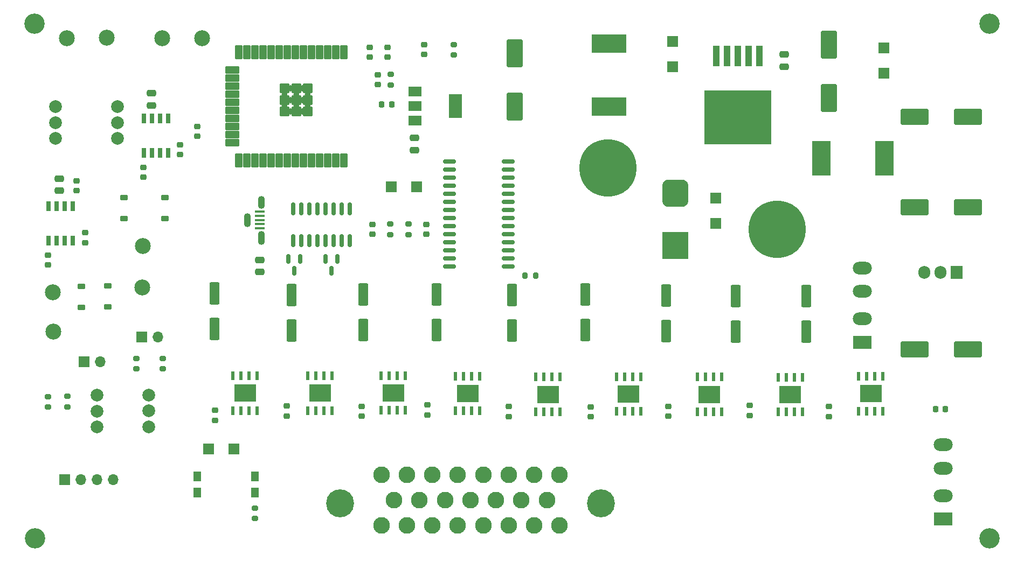
<source format=gbr>
%TF.GenerationSoftware,KiCad,Pcbnew,7.0.9*%
%TF.CreationDate,2024-11-07T18:52:40-06:00*%
%TF.ProjectId,RC17,52433137-2e6b-4696-9361-645f70636258,rev?*%
%TF.SameCoordinates,Original*%
%TF.FileFunction,Soldermask,Top*%
%TF.FilePolarity,Negative*%
%FSLAX46Y46*%
G04 Gerber Fmt 4.6, Leading zero omitted, Abs format (unit mm)*
G04 Created by KiCad (PCBNEW 7.0.9) date 2024-11-07 18:52:40*
%MOMM*%
%LPD*%
G01*
G04 APERTURE LIST*
G04 Aperture macros list*
%AMRoundRect*
0 Rectangle with rounded corners*
0 $1 Rounding radius*
0 $2 $3 $4 $5 $6 $7 $8 $9 X,Y pos of 4 corners*
0 Add a 4 corners polygon primitive as box body*
4,1,4,$2,$3,$4,$5,$6,$7,$8,$9,$2,$3,0*
0 Add four circle primitives for the rounded corners*
1,1,$1+$1,$2,$3*
1,1,$1+$1,$4,$5*
1,1,$1+$1,$6,$7*
1,1,$1+$1,$8,$9*
0 Add four rect primitives between the rounded corners*
20,1,$1+$1,$2,$3,$4,$5,0*
20,1,$1+$1,$4,$5,$6,$7,0*
20,1,$1+$1,$6,$7,$8,$9,0*
20,1,$1+$1,$8,$9,$2,$3,0*%
G04 Aperture macros list end*
%ADD10RoundRect,0.225000X0.375000X-0.225000X0.375000X0.225000X-0.375000X0.225000X-0.375000X-0.225000X0*%
%ADD11RoundRect,0.225000X-0.375000X0.225000X-0.375000X-0.225000X0.375000X-0.225000X0.375000X0.225000X0*%
%ADD12RoundRect,0.200000X-0.200000X-0.275000X0.200000X-0.275000X0.200000X0.275000X-0.200000X0.275000X0*%
%ADD13C,2.000000*%
%ADD14R,1.905000X2.000000*%
%ADD15O,1.905000X2.000000*%
%ADD16RoundRect,0.225000X0.225000X0.250000X-0.225000X0.250000X-0.225000X-0.250000X0.225000X-0.250000X0*%
%ADD17RoundRect,0.250000X-1.950000X-1.000000X1.950000X-1.000000X1.950000X1.000000X-1.950000X1.000000X0*%
%ADD18RoundRect,0.250000X0.550000X-1.500000X0.550000X1.500000X-0.550000X1.500000X-0.550000X-1.500000X0*%
%ADD19RoundRect,0.150000X-0.150000X0.825000X-0.150000X-0.825000X0.150000X-0.825000X0.150000X0.825000X0*%
%ADD20C,3.200000*%
%ADD21RoundRect,0.250000X-0.475000X0.250000X-0.475000X-0.250000X0.475000X-0.250000X0.475000X0.250000X0*%
%ADD22R,0.558800X1.460500*%
%ADD23R,3.403600X2.717800*%
%ADD24RoundRect,0.200000X-0.275000X0.200000X-0.275000X-0.200000X0.275000X-0.200000X0.275000X0.200000X0*%
%ADD25R,2.000000X1.500000*%
%ADD26R,2.000000X3.800000*%
%ADD27R,1.800000X1.800000*%
%ADD28R,5.400000X2.900000*%
%ADD29RoundRect,0.200000X0.275000X-0.200000X0.275000X0.200000X-0.275000X0.200000X-0.275000X-0.200000X0*%
%ADD30RoundRect,0.225000X-0.250000X0.225000X-0.250000X-0.225000X0.250000X-0.225000X0.250000X0.225000X0*%
%ADD31R,0.650000X1.500000*%
%ADD32R,1.300000X1.500000*%
%ADD33C,2.625000*%
%ADD34C,4.395000*%
%ADD35C,2.500000*%
%ADD36R,1.500000X0.450000*%
%ADD37O,1.100000X2.000000*%
%ADD38O,1.100000X2.200000*%
%ADD39C,9.000000*%
%ADD40RoundRect,0.225000X0.250000X-0.225000X0.250000X0.225000X-0.250000X0.225000X-0.250000X-0.225000X0*%
%ADD41R,1.050000X3.210000*%
%ADD42R,10.530000X8.460000*%
%ADD43RoundRect,0.218750X0.256250X-0.218750X0.256250X0.218750X-0.256250X0.218750X-0.256250X-0.218750X0*%
%ADD44R,3.000000X2.000000*%
%ADD45O,3.000000X2.000000*%
%ADD46RoundRect,0.102000X-0.450000X1.000000X-0.450000X-1.000000X0.450000X-1.000000X0.450000X1.000000X0*%
%ADD47RoundRect,0.102000X-1.000000X0.450000X-1.000000X-0.450000X1.000000X-0.450000X1.000000X0.450000X0*%
%ADD48RoundRect,0.102000X-0.665000X0.665000X-0.665000X-0.665000X0.665000X-0.665000X0.665000X0.665000X0*%
%ADD49C,0.966000*%
%ADD50RoundRect,0.150000X-0.150000X0.587500X-0.150000X-0.587500X0.150000X-0.587500X0.150000X0.587500X0*%
%ADD51RoundRect,0.250000X1.000000X-1.950000X1.000000X1.950000X-1.000000X1.950000X-1.000000X-1.950000X0*%
%ADD52R,1.700000X1.700000*%
%ADD53O,1.700000X1.700000*%
%ADD54RoundRect,1.025000X-1.025000X-1.125000X1.025000X-1.125000X1.025000X1.125000X-1.025000X1.125000X0*%
%ADD55R,4.100000X4.300000*%
%ADD56RoundRect,0.250000X0.475000X-0.250000X0.475000X0.250000X-0.475000X0.250000X-0.475000X-0.250000X0*%
%ADD57R,2.900000X5.400000*%
%ADD58RoundRect,0.150000X-0.875000X-0.150000X0.875000X-0.150000X0.875000X0.150000X-0.875000X0.150000X0*%
G04 APERTURE END LIST*
D10*
%TO.C,D12*%
X37525000Y-54150000D03*
X37525000Y-50850000D03*
%TD*%
D11*
%TO.C,D13*%
X44000000Y-50895000D03*
X44000000Y-54195000D03*
%TD*%
%TO.C,D10*%
X30875000Y-64825000D03*
X30875000Y-68125000D03*
%TD*%
D10*
%TO.C,D9*%
X35052000Y-68083800D03*
X35052000Y-64783800D03*
%TD*%
D12*
%TO.C,R2*%
X102250000Y-63150000D03*
X100600000Y-63150000D03*
%TD*%
D13*
%TO.C,RV4*%
X36525200Y-41605200D03*
X36525200Y-39105200D03*
X36525200Y-36605200D03*
%TD*%
%TO.C,RV3*%
X26822400Y-41605200D03*
X26822400Y-39105200D03*
X26822400Y-36605200D03*
%TD*%
%TO.C,RV2*%
X41452800Y-86944800D03*
X41452800Y-84444800D03*
X41452800Y-81944800D03*
%TD*%
%TO.C,RV1*%
X33349800Y-86995600D03*
X33349800Y-84495600D03*
X33349800Y-81995600D03*
%TD*%
D14*
%TO.C,U5*%
X168372500Y-62615000D03*
D15*
X165832500Y-62615000D03*
X163292500Y-62615000D03*
%TD*%
D16*
%TO.C,C24*%
X166607500Y-84175000D03*
X165057500Y-84175000D03*
%TD*%
D17*
%TO.C,C23*%
X161750000Y-74730000D03*
X170150000Y-74730000D03*
%TD*%
%TO.C,C22*%
X161750000Y-52390000D03*
X170150000Y-52390000D03*
%TD*%
%TO.C,C21*%
X161750000Y-38175000D03*
X170150000Y-38175000D03*
%TD*%
D18*
%TO.C,C34*%
X133654800Y-71983600D03*
X133654800Y-66383600D03*
%TD*%
D19*
%TO.C,U3*%
X73020000Y-52700000D03*
X71750000Y-52700000D03*
X70480000Y-52700000D03*
X69210000Y-52700000D03*
X67940000Y-52700000D03*
X66670000Y-52700000D03*
X65400000Y-52700000D03*
X64130000Y-52700000D03*
X64130000Y-57650000D03*
X65400000Y-57650000D03*
X66670000Y-57650000D03*
X67940000Y-57650000D03*
X69210000Y-57650000D03*
X70480000Y-57650000D03*
X71750000Y-57650000D03*
X73020000Y-57650000D03*
%TD*%
D20*
%TO.C, *%
X173550000Y-104475000D03*
%TD*%
D18*
%TO.C,C35*%
X144780000Y-71995600D03*
X144780000Y-66395600D03*
%TD*%
D21*
%TO.C,C7*%
X83186600Y-41499400D03*
X83186600Y-43399400D03*
%TD*%
D22*
%TO.C,U9*%
X93472000Y-78981300D03*
X92202000Y-78981300D03*
X90932000Y-78981300D03*
X89662000Y-78981300D03*
X89662000Y-84429600D03*
X90932000Y-84429600D03*
X92202000Y-84429600D03*
X93472000Y-84429600D03*
D23*
X91567000Y-81705450D03*
%TD*%
D24*
%TO.C,R11*%
X39481400Y-76193400D03*
X39481400Y-77843400D03*
%TD*%
D25*
%TO.C,IC1*%
X83311600Y-34174400D03*
X83311600Y-36474400D03*
X83311600Y-38774400D03*
D26*
X89611600Y-36474400D03*
%TD*%
D27*
%TO.C,D6*%
X54832000Y-90424000D03*
X50832000Y-90424000D03*
%TD*%
D28*
%TO.C,L1*%
X113792000Y-26647600D03*
X113792000Y-36547600D03*
%TD*%
D24*
%TO.C,R3*%
X89421200Y-26822400D03*
X89421200Y-28472400D03*
%TD*%
D29*
%TO.C,R4*%
X79502000Y-33184600D03*
X79502000Y-31534600D03*
%TD*%
D30*
%TO.C,C27*%
X85242400Y-83502200D03*
X85242400Y-85052200D03*
%TD*%
%TO.C,C14*%
X31475000Y-56425000D03*
X31475000Y-57975000D03*
%TD*%
D31*
%TO.C,U7*%
X44492400Y-38445400D03*
X43222400Y-38445400D03*
X41952400Y-38445400D03*
X40682400Y-38445400D03*
X40682400Y-43845400D03*
X41952400Y-43845400D03*
X43222400Y-43845400D03*
X44492400Y-43845400D03*
%TD*%
D29*
%TO.C,R7*%
X28702000Y-83796600D03*
X28702000Y-82146600D03*
%TD*%
D30*
%TO.C,C11*%
X78950000Y-27225000D03*
X78950000Y-28775000D03*
%TD*%
D32*
%TO.C,U16*%
X58115200Y-97297200D03*
X58115200Y-94757200D03*
X49115200Y-94757200D03*
X49115200Y-97297200D03*
%TD*%
D18*
%TO.C,C16*%
X63858800Y-71829566D03*
X63858800Y-66229566D03*
%TD*%
D20*
%TO.C, *%
X23525000Y-23500000D03*
%TD*%
D33*
%TO.C,J2*%
X78000000Y-94457200D03*
X82000000Y-94457200D03*
X86000000Y-94457200D03*
X90000000Y-94457200D03*
X94000000Y-94457200D03*
X98000000Y-94457200D03*
X102000000Y-94457200D03*
X106000000Y-94457200D03*
X80000000Y-98457200D03*
X84000000Y-98457200D03*
X88000000Y-98457200D03*
X92000000Y-98457200D03*
X96000000Y-98457200D03*
X100000000Y-98457200D03*
X104000000Y-98457200D03*
X78000000Y-102457200D03*
X82000000Y-102457200D03*
X86000000Y-102457200D03*
X90000000Y-102457200D03*
X94000000Y-102457200D03*
X98000000Y-102457200D03*
X102000000Y-102457200D03*
X106000000Y-102457200D03*
D34*
X71500000Y-98957200D03*
X112500000Y-98957200D03*
%TD*%
D30*
%TO.C,C32*%
X135839200Y-83603800D03*
X135839200Y-85153800D03*
%TD*%
D22*
%TO.C,U12*%
X156794200Y-79013050D03*
X155524200Y-79013050D03*
X154254200Y-79013050D03*
X152984200Y-79013050D03*
X152984200Y-84461350D03*
X154254200Y-84461350D03*
X155524200Y-84461350D03*
X156794200Y-84461350D03*
D23*
X154889200Y-81737200D03*
%TD*%
D30*
%TO.C,C33*%
X148285200Y-83756200D03*
X148285200Y-85306200D03*
%TD*%
%TO.C,C37*%
X123088400Y-83705400D03*
X123088400Y-85255400D03*
%TD*%
%TO.C,C36*%
X110896400Y-83807000D03*
X110896400Y-85357000D03*
%TD*%
D22*
%TO.C,U11*%
X144145000Y-79165450D03*
X142875000Y-79165450D03*
X141605000Y-79165450D03*
X140335000Y-79165450D03*
X140335000Y-84613750D03*
X141605000Y-84613750D03*
X142875000Y-84613750D03*
X144145000Y-84613750D03*
D23*
X142240000Y-81889600D03*
%TD*%
D30*
%TO.C,C25*%
X74879200Y-83705400D03*
X74879200Y-85255400D03*
%TD*%
D35*
%TO.C,TP3*%
X26466800Y-71948000D03*
%TD*%
%TO.C,TP6*%
X49885600Y-25806400D03*
%TD*%
D36*
%TO.C,J1*%
X58895000Y-53125000D03*
X58895000Y-53775000D03*
X58895000Y-54425000D03*
X58895000Y-55075000D03*
X58895000Y-55725000D03*
D37*
X59145000Y-51625000D03*
D38*
X59145000Y-57225000D03*
X56995000Y-54425000D03*
%TD*%
D39*
%TO.C,J5*%
X140150000Y-55875000D03*
%TD*%
D22*
%TO.C,U17*%
X58521600Y-78930500D03*
X57251600Y-78930500D03*
X55981600Y-78930500D03*
X54711600Y-78930500D03*
X54711600Y-84378800D03*
X55981600Y-84378800D03*
X57251600Y-84378800D03*
X58521600Y-84378800D03*
D23*
X56616600Y-81654650D03*
%TD*%
D20*
%TO.C, *%
X23575000Y-104500000D03*
%TD*%
D16*
%TO.C,C5*%
X79629600Y-36271200D03*
X78079600Y-36271200D03*
%TD*%
D21*
%TO.C,C8*%
X141289400Y-28393050D03*
X141289400Y-30293050D03*
%TD*%
D35*
%TO.C,TP8*%
X34899600Y-25755600D03*
%TD*%
D24*
%TO.C,R5*%
X82250000Y-55050000D03*
X82250000Y-56700000D03*
%TD*%
D40*
%TO.C,R9*%
X49123600Y-41262600D03*
X49123600Y-39712600D03*
%TD*%
D35*
%TO.C,TP7*%
X28600400Y-25806400D03*
%TD*%
D30*
%TO.C,C19*%
X46362400Y-42570400D03*
X46362400Y-44120400D03*
%TD*%
D29*
%TO.C,R13*%
X58125000Y-101350000D03*
X58125000Y-99700000D03*
%TD*%
D24*
%TO.C,R6*%
X79425000Y-55050000D03*
X79425000Y-56700000D03*
%TD*%
D41*
%TO.C,IC2*%
X137415800Y-28627800D03*
X135715800Y-28627800D03*
X134015800Y-28627800D03*
X132315800Y-28627800D03*
X130615800Y-28627800D03*
D42*
X134015800Y-38257800D03*
%TD*%
D27*
%TO.C,D5*%
X83525000Y-49225000D03*
X79525000Y-49225000D03*
%TD*%
D22*
%TO.C,U14*%
X131445000Y-79114650D03*
X130175000Y-79114650D03*
X128905000Y-79114650D03*
X127635000Y-79114650D03*
X127635000Y-84562950D03*
X128905000Y-84562950D03*
X130175000Y-84562950D03*
X131445000Y-84562950D03*
D23*
X129540000Y-81838800D03*
%TD*%
D18*
%TO.C,C39*%
X122732800Y-71894000D03*
X122732800Y-66294000D03*
%TD*%
D22*
%TO.C,U13*%
X118745000Y-79063850D03*
X117475000Y-79063850D03*
X116205000Y-79063850D03*
X114935000Y-79063850D03*
X114935000Y-84512150D03*
X116205000Y-84512150D03*
X117475000Y-84512150D03*
X118745000Y-84512150D03*
D23*
X116840000Y-81788000D03*
%TD*%
D20*
%TO.C, *%
X173500000Y-23550000D03*
%TD*%
D30*
%TO.C,C9*%
X76200000Y-27225000D03*
X76200000Y-28775000D03*
%TD*%
%TO.C,C3*%
X76600000Y-55100000D03*
X76600000Y-56650000D03*
%TD*%
D27*
%TO.C,D4*%
X130556000Y-50933600D03*
X130556000Y-54933600D03*
%TD*%
D29*
%TO.C,R12*%
X43675000Y-77825000D03*
X43675000Y-76175000D03*
%TD*%
D30*
%TO.C,C15*%
X63119200Y-83675800D03*
X63119200Y-85225800D03*
%TD*%
D43*
%TO.C,D1*%
X84721200Y-28397400D03*
X84721200Y-26822400D03*
%TD*%
D30*
%TO.C,C31*%
X85075000Y-55100000D03*
X85075000Y-56650000D03*
%TD*%
%TO.C,C40*%
X51866800Y-84365800D03*
X51866800Y-85915800D03*
%TD*%
D44*
%TO.C,F2*%
X166277500Y-101455000D03*
D45*
X166277500Y-97755000D03*
X166277500Y-93455000D03*
X166277500Y-89755000D03*
%TD*%
D18*
%TO.C,C30*%
X98552000Y-71792400D03*
X98552000Y-66192400D03*
%TD*%
D21*
%TO.C,C4*%
X58930000Y-60675000D03*
X58930000Y-62575000D03*
%TD*%
D46*
%TO.C,U15*%
X72136000Y-28024000D03*
X70866000Y-28024000D03*
X69596000Y-28024000D03*
X68326000Y-28024000D03*
X67056000Y-28024000D03*
X65786000Y-28024000D03*
X64516000Y-28024000D03*
X63246000Y-28024000D03*
X61976000Y-28024000D03*
X60706000Y-28024000D03*
X59436000Y-28024000D03*
X58166000Y-28024000D03*
X56896000Y-28024000D03*
X55626000Y-28024000D03*
D47*
X54626000Y-30809000D03*
X54626000Y-32079000D03*
X54626000Y-33349000D03*
X54626000Y-34619000D03*
X54626000Y-35889000D03*
X54626000Y-37159000D03*
X54626000Y-38429000D03*
X54626000Y-39699000D03*
X54626000Y-40969000D03*
X54626000Y-42239000D03*
D46*
X55626000Y-45024000D03*
X56896000Y-45024000D03*
X58166000Y-45024000D03*
X59436000Y-45024000D03*
X60706000Y-45024000D03*
X61976000Y-45024000D03*
X63246000Y-45024000D03*
X64516000Y-45024000D03*
X65786000Y-45024000D03*
X67056000Y-45024000D03*
X68326000Y-45024000D03*
X69596000Y-45024000D03*
X70866000Y-45024000D03*
X72136000Y-45024000D03*
D48*
X66471000Y-37359000D03*
X66471000Y-35524000D03*
X66471000Y-33689000D03*
X64636000Y-37359000D03*
X64636000Y-35524000D03*
X64636000Y-33689000D03*
X62801000Y-37359000D03*
X62801000Y-35524000D03*
X62801000Y-33689000D03*
D49*
X66471000Y-36441500D03*
X66471000Y-34606500D03*
X65553500Y-37359000D03*
X65553500Y-35524000D03*
X65553500Y-33689000D03*
X64636000Y-36441500D03*
X64636000Y-34606500D03*
X63718500Y-37359000D03*
X63718500Y-35524000D03*
X63718500Y-33689000D03*
X62801000Y-36441500D03*
X62801000Y-34606500D03*
%TD*%
D18*
%TO.C,C38*%
X110083600Y-71684800D03*
X110083600Y-66084800D03*
%TD*%
%TO.C,C26*%
X75133200Y-71690800D03*
X75133200Y-66090800D03*
%TD*%
D35*
%TO.C,TP5*%
X43586400Y-25806400D03*
%TD*%
D39*
%TO.C,J6*%
X113588800Y-46228000D03*
%TD*%
D50*
%TO.C,Q1*%
X65295000Y-60512500D03*
X63395000Y-60512500D03*
X64345000Y-62387500D03*
%TD*%
D51*
%TO.C,C12*%
X98958400Y-36559600D03*
X98958400Y-28159600D03*
%TD*%
D18*
%TO.C,C29*%
X86715600Y-71684800D03*
X86715600Y-66084800D03*
%TD*%
D35*
%TO.C,TP1*%
X40538400Y-58536800D03*
%TD*%
D30*
%TO.C,C28*%
X98044000Y-83756200D03*
X98044000Y-85306200D03*
%TD*%
D18*
%TO.C,C41*%
X51765200Y-71538400D03*
X51765200Y-65938400D03*
%TD*%
D52*
%TO.C,J4*%
X31343600Y-76723200D03*
D53*
X33883600Y-76723200D03*
%TD*%
D54*
%TO.C,D3*%
X124206000Y-50205200D03*
D55*
X124206000Y-58405200D03*
%TD*%
D22*
%TO.C,U8*%
X81788000Y-78879700D03*
X80518000Y-78879700D03*
X79248000Y-78879700D03*
X77978000Y-78879700D03*
X77978000Y-84328000D03*
X79248000Y-84328000D03*
X80518000Y-84328000D03*
X81788000Y-84328000D03*
D23*
X79883000Y-81603850D03*
%TD*%
D27*
%TO.C,D7*%
X156975000Y-31325000D03*
X156975000Y-27325000D03*
%TD*%
D22*
%TO.C,U4*%
X70256400Y-78930500D03*
X68986400Y-78930500D03*
X67716400Y-78930500D03*
X66446400Y-78930500D03*
X66446400Y-84378800D03*
X67716400Y-84378800D03*
X68986400Y-84378800D03*
X70256400Y-84378800D03*
D23*
X68351400Y-81654650D03*
%TD*%
D30*
%TO.C,C20*%
X40637400Y-46145400D03*
X40637400Y-47695400D03*
%TD*%
%TO.C,C6*%
X77470000Y-31571600D03*
X77470000Y-33121600D03*
%TD*%
D50*
%TO.C,Q2*%
X71120000Y-60525000D03*
X69220000Y-60525000D03*
X70170000Y-62400000D03*
%TD*%
D27*
%TO.C,D2*%
X123799600Y-26295600D03*
X123799600Y-30295600D03*
%TD*%
D56*
%TO.C,C18*%
X41910000Y-36372800D03*
X41910000Y-34472800D03*
%TD*%
D57*
%TO.C,L2*%
X147100000Y-44700000D03*
X157000000Y-44700000D03*
%TD*%
D52*
%TO.C,J3*%
X28250000Y-95225000D03*
D53*
X30790000Y-95225000D03*
X33330000Y-95225000D03*
X35870000Y-95225000D03*
%TD*%
D58*
%TO.C,U1*%
X97975000Y-45195000D03*
X97975000Y-46465000D03*
X97975000Y-47735000D03*
X97975000Y-49005000D03*
X97975000Y-50275000D03*
X97975000Y-51545000D03*
X97975000Y-52815000D03*
X97975000Y-54085000D03*
X97975000Y-55355000D03*
X97975000Y-56625000D03*
X97975000Y-57895000D03*
X97975000Y-59165000D03*
X97975000Y-60435000D03*
X97975000Y-61705000D03*
X88675000Y-61705000D03*
X88675000Y-60435000D03*
X88675000Y-59165000D03*
X88675000Y-57895000D03*
X88675000Y-56625000D03*
X88675000Y-55355000D03*
X88675000Y-54085000D03*
X88675000Y-52815000D03*
X88675000Y-51545000D03*
X88675000Y-50275000D03*
X88675000Y-49005000D03*
X88675000Y-47735000D03*
X88675000Y-46465000D03*
X88675000Y-45195000D03*
%TD*%
D44*
%TO.C,F1*%
X153568400Y-73660000D03*
D45*
X153568400Y-69960000D03*
X153568400Y-65660000D03*
X153568400Y-61960000D03*
%TD*%
D35*
%TO.C,TP2*%
X40487600Y-64988400D03*
%TD*%
D30*
%TO.C,C17*%
X25650000Y-59925000D03*
X25650000Y-61475000D03*
%TD*%
D52*
%TO.C,J12*%
X40350000Y-72775000D03*
D53*
X42890000Y-72775000D03*
%TD*%
D56*
%TO.C,C13*%
X27375000Y-49800000D03*
X27375000Y-47900000D03*
%TD*%
D22*
%TO.C,U10*%
X106095800Y-79114650D03*
X104825800Y-79114650D03*
X103555800Y-79114650D03*
X102285800Y-79114650D03*
X102285800Y-84562950D03*
X103555800Y-84562950D03*
X104825800Y-84562950D03*
X106095800Y-84562950D03*
D23*
X104190800Y-81838800D03*
%TD*%
D51*
%TO.C,C10*%
X148336000Y-35204400D03*
X148336000Y-26804400D03*
%TD*%
D35*
%TO.C,TP4*%
X26416000Y-65750400D03*
%TD*%
D30*
%TO.C,R1*%
X30075000Y-48275000D03*
X30075000Y-49825000D03*
%TD*%
D29*
%TO.C,R8*%
X25603200Y-83847400D03*
X25603200Y-82197400D03*
%TD*%
D31*
%TO.C,U6*%
X29555000Y-52275000D03*
X28285000Y-52275000D03*
X27015000Y-52275000D03*
X25745000Y-52275000D03*
X25745000Y-57675000D03*
X27015000Y-57675000D03*
X28285000Y-57675000D03*
X29555000Y-57675000D03*
%TD*%
M02*

</source>
